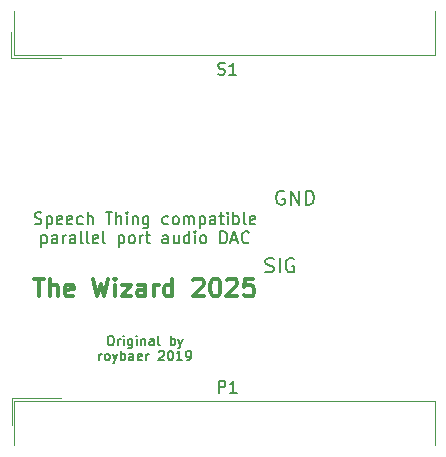
<source format=gbr>
G04 #@! TF.GenerationSoftware,KiCad,Pcbnew,8.0.4*
G04 #@! TF.CreationDate,2025-03-14T11:46:41-03:00*
G04 #@! TF.ProjectId,generic_8_bit_audio_dac,67656e65-7269-4635-9f38-5f6269745f61,rev?*
G04 #@! TF.SameCoordinates,Original*
G04 #@! TF.FileFunction,Legend,Top*
G04 #@! TF.FilePolarity,Positive*
%FSLAX46Y46*%
G04 Gerber Fmt 4.6, Leading zero omitted, Abs format (unit mm)*
G04 Created by KiCad (PCBNEW 8.0.4) date 2025-03-14 11:46:41*
%MOMM*%
%LPD*%
G01*
G04 APERTURE LIST*
%ADD10C,0.150000*%
%ADD11C,0.300000*%
%ADD12C,0.200000*%
%ADD13C,0.120000*%
%ADD14C,1.600000*%
%ADD15O,1.600000X1.600000*%
%ADD16R,1.600000X1.600000*%
%ADD17R,1.846667X3.480000*%
%ADD18C,2.500000*%
G04 APERTURE END LIST*
D10*
X126568571Y-92898318D02*
X126720952Y-92898318D01*
X126720952Y-92898318D02*
X126797142Y-92936413D01*
X126797142Y-92936413D02*
X126873333Y-93012603D01*
X126873333Y-93012603D02*
X126911428Y-93164984D01*
X126911428Y-93164984D02*
X126911428Y-93431651D01*
X126911428Y-93431651D02*
X126873333Y-93584032D01*
X126873333Y-93584032D02*
X126797142Y-93660223D01*
X126797142Y-93660223D02*
X126720952Y-93698318D01*
X126720952Y-93698318D02*
X126568571Y-93698318D01*
X126568571Y-93698318D02*
X126492380Y-93660223D01*
X126492380Y-93660223D02*
X126416190Y-93584032D01*
X126416190Y-93584032D02*
X126378094Y-93431651D01*
X126378094Y-93431651D02*
X126378094Y-93164984D01*
X126378094Y-93164984D02*
X126416190Y-93012603D01*
X126416190Y-93012603D02*
X126492380Y-92936413D01*
X126492380Y-92936413D02*
X126568571Y-92898318D01*
X127254285Y-93698318D02*
X127254285Y-93164984D01*
X127254285Y-93317365D02*
X127292380Y-93241175D01*
X127292380Y-93241175D02*
X127330475Y-93203080D01*
X127330475Y-93203080D02*
X127406666Y-93164984D01*
X127406666Y-93164984D02*
X127482856Y-93164984D01*
X127749523Y-93698318D02*
X127749523Y-93164984D01*
X127749523Y-92898318D02*
X127711427Y-92936413D01*
X127711427Y-92936413D02*
X127749523Y-92974508D01*
X127749523Y-92974508D02*
X127787618Y-92936413D01*
X127787618Y-92936413D02*
X127749523Y-92898318D01*
X127749523Y-92898318D02*
X127749523Y-92974508D01*
X128473332Y-93164984D02*
X128473332Y-93812603D01*
X128473332Y-93812603D02*
X128435237Y-93888794D01*
X128435237Y-93888794D02*
X128397141Y-93926889D01*
X128397141Y-93926889D02*
X128320951Y-93964984D01*
X128320951Y-93964984D02*
X128206665Y-93964984D01*
X128206665Y-93964984D02*
X128130475Y-93926889D01*
X128473332Y-93660223D02*
X128397141Y-93698318D01*
X128397141Y-93698318D02*
X128244760Y-93698318D01*
X128244760Y-93698318D02*
X128168570Y-93660223D01*
X128168570Y-93660223D02*
X128130475Y-93622127D01*
X128130475Y-93622127D02*
X128092379Y-93545937D01*
X128092379Y-93545937D02*
X128092379Y-93317365D01*
X128092379Y-93317365D02*
X128130475Y-93241175D01*
X128130475Y-93241175D02*
X128168570Y-93203080D01*
X128168570Y-93203080D02*
X128244760Y-93164984D01*
X128244760Y-93164984D02*
X128397141Y-93164984D01*
X128397141Y-93164984D02*
X128473332Y-93203080D01*
X128854285Y-93698318D02*
X128854285Y-93164984D01*
X128854285Y-92898318D02*
X128816189Y-92936413D01*
X128816189Y-92936413D02*
X128854285Y-92974508D01*
X128854285Y-92974508D02*
X128892380Y-92936413D01*
X128892380Y-92936413D02*
X128854285Y-92898318D01*
X128854285Y-92898318D02*
X128854285Y-92974508D01*
X129235237Y-93164984D02*
X129235237Y-93698318D01*
X129235237Y-93241175D02*
X129273332Y-93203080D01*
X129273332Y-93203080D02*
X129349522Y-93164984D01*
X129349522Y-93164984D02*
X129463808Y-93164984D01*
X129463808Y-93164984D02*
X129539999Y-93203080D01*
X129539999Y-93203080D02*
X129578094Y-93279270D01*
X129578094Y-93279270D02*
X129578094Y-93698318D01*
X130301904Y-93698318D02*
X130301904Y-93279270D01*
X130301904Y-93279270D02*
X130263809Y-93203080D01*
X130263809Y-93203080D02*
X130187618Y-93164984D01*
X130187618Y-93164984D02*
X130035237Y-93164984D01*
X130035237Y-93164984D02*
X129959047Y-93203080D01*
X130301904Y-93660223D02*
X130225713Y-93698318D01*
X130225713Y-93698318D02*
X130035237Y-93698318D01*
X130035237Y-93698318D02*
X129959047Y-93660223D01*
X129959047Y-93660223D02*
X129920951Y-93584032D01*
X129920951Y-93584032D02*
X129920951Y-93507842D01*
X129920951Y-93507842D02*
X129959047Y-93431651D01*
X129959047Y-93431651D02*
X130035237Y-93393556D01*
X130035237Y-93393556D02*
X130225713Y-93393556D01*
X130225713Y-93393556D02*
X130301904Y-93355461D01*
X130797142Y-93698318D02*
X130720952Y-93660223D01*
X130720952Y-93660223D02*
X130682857Y-93584032D01*
X130682857Y-93584032D02*
X130682857Y-92898318D01*
X131711429Y-93698318D02*
X131711429Y-92898318D01*
X131711429Y-93203080D02*
X131787619Y-93164984D01*
X131787619Y-93164984D02*
X131940000Y-93164984D01*
X131940000Y-93164984D02*
X132016191Y-93203080D01*
X132016191Y-93203080D02*
X132054286Y-93241175D01*
X132054286Y-93241175D02*
X132092381Y-93317365D01*
X132092381Y-93317365D02*
X132092381Y-93545937D01*
X132092381Y-93545937D02*
X132054286Y-93622127D01*
X132054286Y-93622127D02*
X132016191Y-93660223D01*
X132016191Y-93660223D02*
X131940000Y-93698318D01*
X131940000Y-93698318D02*
X131787619Y-93698318D01*
X131787619Y-93698318D02*
X131711429Y-93660223D01*
X132359048Y-93164984D02*
X132549524Y-93698318D01*
X132740001Y-93164984D02*
X132549524Y-93698318D01*
X132549524Y-93698318D02*
X132473334Y-93888794D01*
X132473334Y-93888794D02*
X132435239Y-93926889D01*
X132435239Y-93926889D02*
X132359048Y-93964984D01*
X125673332Y-94986273D02*
X125673332Y-94452939D01*
X125673332Y-94605320D02*
X125711427Y-94529130D01*
X125711427Y-94529130D02*
X125749522Y-94491035D01*
X125749522Y-94491035D02*
X125825713Y-94452939D01*
X125825713Y-94452939D02*
X125901903Y-94452939D01*
X126282855Y-94986273D02*
X126206665Y-94948178D01*
X126206665Y-94948178D02*
X126168570Y-94910082D01*
X126168570Y-94910082D02*
X126130474Y-94833892D01*
X126130474Y-94833892D02*
X126130474Y-94605320D01*
X126130474Y-94605320D02*
X126168570Y-94529130D01*
X126168570Y-94529130D02*
X126206665Y-94491035D01*
X126206665Y-94491035D02*
X126282855Y-94452939D01*
X126282855Y-94452939D02*
X126397141Y-94452939D01*
X126397141Y-94452939D02*
X126473332Y-94491035D01*
X126473332Y-94491035D02*
X126511427Y-94529130D01*
X126511427Y-94529130D02*
X126549522Y-94605320D01*
X126549522Y-94605320D02*
X126549522Y-94833892D01*
X126549522Y-94833892D02*
X126511427Y-94910082D01*
X126511427Y-94910082D02*
X126473332Y-94948178D01*
X126473332Y-94948178D02*
X126397141Y-94986273D01*
X126397141Y-94986273D02*
X126282855Y-94986273D01*
X126816189Y-94452939D02*
X127006665Y-94986273D01*
X127197142Y-94452939D02*
X127006665Y-94986273D01*
X127006665Y-94986273D02*
X126930475Y-95176749D01*
X126930475Y-95176749D02*
X126892380Y-95214844D01*
X126892380Y-95214844D02*
X126816189Y-95252939D01*
X127501904Y-94986273D02*
X127501904Y-94186273D01*
X127501904Y-94491035D02*
X127578094Y-94452939D01*
X127578094Y-94452939D02*
X127730475Y-94452939D01*
X127730475Y-94452939D02*
X127806666Y-94491035D01*
X127806666Y-94491035D02*
X127844761Y-94529130D01*
X127844761Y-94529130D02*
X127882856Y-94605320D01*
X127882856Y-94605320D02*
X127882856Y-94833892D01*
X127882856Y-94833892D02*
X127844761Y-94910082D01*
X127844761Y-94910082D02*
X127806666Y-94948178D01*
X127806666Y-94948178D02*
X127730475Y-94986273D01*
X127730475Y-94986273D02*
X127578094Y-94986273D01*
X127578094Y-94986273D02*
X127501904Y-94948178D01*
X128568571Y-94986273D02*
X128568571Y-94567225D01*
X128568571Y-94567225D02*
X128530476Y-94491035D01*
X128530476Y-94491035D02*
X128454285Y-94452939D01*
X128454285Y-94452939D02*
X128301904Y-94452939D01*
X128301904Y-94452939D02*
X128225714Y-94491035D01*
X128568571Y-94948178D02*
X128492380Y-94986273D01*
X128492380Y-94986273D02*
X128301904Y-94986273D01*
X128301904Y-94986273D02*
X128225714Y-94948178D01*
X128225714Y-94948178D02*
X128187618Y-94871987D01*
X128187618Y-94871987D02*
X128187618Y-94795797D01*
X128187618Y-94795797D02*
X128225714Y-94719606D01*
X128225714Y-94719606D02*
X128301904Y-94681511D01*
X128301904Y-94681511D02*
X128492380Y-94681511D01*
X128492380Y-94681511D02*
X128568571Y-94643416D01*
X129254286Y-94948178D02*
X129178095Y-94986273D01*
X129178095Y-94986273D02*
X129025714Y-94986273D01*
X129025714Y-94986273D02*
X128949524Y-94948178D01*
X128949524Y-94948178D02*
X128911428Y-94871987D01*
X128911428Y-94871987D02*
X128911428Y-94567225D01*
X128911428Y-94567225D02*
X128949524Y-94491035D01*
X128949524Y-94491035D02*
X129025714Y-94452939D01*
X129025714Y-94452939D02*
X129178095Y-94452939D01*
X129178095Y-94452939D02*
X129254286Y-94491035D01*
X129254286Y-94491035D02*
X129292381Y-94567225D01*
X129292381Y-94567225D02*
X129292381Y-94643416D01*
X129292381Y-94643416D02*
X128911428Y-94719606D01*
X129635238Y-94986273D02*
X129635238Y-94452939D01*
X129635238Y-94605320D02*
X129673333Y-94529130D01*
X129673333Y-94529130D02*
X129711428Y-94491035D01*
X129711428Y-94491035D02*
X129787619Y-94452939D01*
X129787619Y-94452939D02*
X129863809Y-94452939D01*
X130701904Y-94262463D02*
X130740000Y-94224368D01*
X130740000Y-94224368D02*
X130816190Y-94186273D01*
X130816190Y-94186273D02*
X131006666Y-94186273D01*
X131006666Y-94186273D02*
X131082857Y-94224368D01*
X131082857Y-94224368D02*
X131120952Y-94262463D01*
X131120952Y-94262463D02*
X131159047Y-94338654D01*
X131159047Y-94338654D02*
X131159047Y-94414844D01*
X131159047Y-94414844D02*
X131120952Y-94529130D01*
X131120952Y-94529130D02*
X130663809Y-94986273D01*
X130663809Y-94986273D02*
X131159047Y-94986273D01*
X131654286Y-94186273D02*
X131730476Y-94186273D01*
X131730476Y-94186273D02*
X131806667Y-94224368D01*
X131806667Y-94224368D02*
X131844762Y-94262463D01*
X131844762Y-94262463D02*
X131882857Y-94338654D01*
X131882857Y-94338654D02*
X131920952Y-94491035D01*
X131920952Y-94491035D02*
X131920952Y-94681511D01*
X131920952Y-94681511D02*
X131882857Y-94833892D01*
X131882857Y-94833892D02*
X131844762Y-94910082D01*
X131844762Y-94910082D02*
X131806667Y-94948178D01*
X131806667Y-94948178D02*
X131730476Y-94986273D01*
X131730476Y-94986273D02*
X131654286Y-94986273D01*
X131654286Y-94986273D02*
X131578095Y-94948178D01*
X131578095Y-94948178D02*
X131540000Y-94910082D01*
X131540000Y-94910082D02*
X131501905Y-94833892D01*
X131501905Y-94833892D02*
X131463809Y-94681511D01*
X131463809Y-94681511D02*
X131463809Y-94491035D01*
X131463809Y-94491035D02*
X131501905Y-94338654D01*
X131501905Y-94338654D02*
X131540000Y-94262463D01*
X131540000Y-94262463D02*
X131578095Y-94224368D01*
X131578095Y-94224368D02*
X131654286Y-94186273D01*
X132682857Y-94986273D02*
X132225714Y-94986273D01*
X132454286Y-94986273D02*
X132454286Y-94186273D01*
X132454286Y-94186273D02*
X132378095Y-94300558D01*
X132378095Y-94300558D02*
X132301905Y-94376749D01*
X132301905Y-94376749D02*
X132225714Y-94414844D01*
X133063810Y-94986273D02*
X133216191Y-94986273D01*
X133216191Y-94986273D02*
X133292381Y-94948178D01*
X133292381Y-94948178D02*
X133330477Y-94910082D01*
X133330477Y-94910082D02*
X133406667Y-94795797D01*
X133406667Y-94795797D02*
X133444762Y-94643416D01*
X133444762Y-94643416D02*
X133444762Y-94338654D01*
X133444762Y-94338654D02*
X133406667Y-94262463D01*
X133406667Y-94262463D02*
X133368572Y-94224368D01*
X133368572Y-94224368D02*
X133292381Y-94186273D01*
X133292381Y-94186273D02*
X133140000Y-94186273D01*
X133140000Y-94186273D02*
X133063810Y-94224368D01*
X133063810Y-94224368D02*
X133025715Y-94262463D01*
X133025715Y-94262463D02*
X132987619Y-94338654D01*
X132987619Y-94338654D02*
X132987619Y-94529130D01*
X132987619Y-94529130D02*
X133025715Y-94605320D01*
X133025715Y-94605320D02*
X133063810Y-94643416D01*
X133063810Y-94643416D02*
X133140000Y-94681511D01*
X133140000Y-94681511D02*
X133292381Y-94681511D01*
X133292381Y-94681511D02*
X133368572Y-94643416D01*
X133368572Y-94643416D02*
X133406667Y-94605320D01*
X133406667Y-94605320D02*
X133444762Y-94529130D01*
D11*
X120147144Y-88078328D02*
X121004287Y-88078328D01*
X120575715Y-89578328D02*
X120575715Y-88078328D01*
X121504286Y-89578328D02*
X121504286Y-88078328D01*
X122147144Y-89578328D02*
X122147144Y-88792614D01*
X122147144Y-88792614D02*
X122075715Y-88649757D01*
X122075715Y-88649757D02*
X121932858Y-88578328D01*
X121932858Y-88578328D02*
X121718572Y-88578328D01*
X121718572Y-88578328D02*
X121575715Y-88649757D01*
X121575715Y-88649757D02*
X121504286Y-88721185D01*
X123432858Y-89506900D02*
X123290001Y-89578328D01*
X123290001Y-89578328D02*
X123004287Y-89578328D01*
X123004287Y-89578328D02*
X122861429Y-89506900D01*
X122861429Y-89506900D02*
X122790001Y-89364042D01*
X122790001Y-89364042D02*
X122790001Y-88792614D01*
X122790001Y-88792614D02*
X122861429Y-88649757D01*
X122861429Y-88649757D02*
X123004287Y-88578328D01*
X123004287Y-88578328D02*
X123290001Y-88578328D01*
X123290001Y-88578328D02*
X123432858Y-88649757D01*
X123432858Y-88649757D02*
X123504287Y-88792614D01*
X123504287Y-88792614D02*
X123504287Y-88935471D01*
X123504287Y-88935471D02*
X122790001Y-89078328D01*
X125147143Y-88078328D02*
X125504286Y-89578328D01*
X125504286Y-89578328D02*
X125790000Y-88506900D01*
X125790000Y-88506900D02*
X126075715Y-89578328D01*
X126075715Y-89578328D02*
X126432858Y-88078328D01*
X127004286Y-89578328D02*
X127004286Y-88578328D01*
X127004286Y-88078328D02*
X126932858Y-88149757D01*
X126932858Y-88149757D02*
X127004286Y-88221185D01*
X127004286Y-88221185D02*
X127075715Y-88149757D01*
X127075715Y-88149757D02*
X127004286Y-88078328D01*
X127004286Y-88078328D02*
X127004286Y-88221185D01*
X127575715Y-88578328D02*
X128361430Y-88578328D01*
X128361430Y-88578328D02*
X127575715Y-89578328D01*
X127575715Y-89578328D02*
X128361430Y-89578328D01*
X129575716Y-89578328D02*
X129575716Y-88792614D01*
X129575716Y-88792614D02*
X129504287Y-88649757D01*
X129504287Y-88649757D02*
X129361430Y-88578328D01*
X129361430Y-88578328D02*
X129075716Y-88578328D01*
X129075716Y-88578328D02*
X128932858Y-88649757D01*
X129575716Y-89506900D02*
X129432858Y-89578328D01*
X129432858Y-89578328D02*
X129075716Y-89578328D01*
X129075716Y-89578328D02*
X128932858Y-89506900D01*
X128932858Y-89506900D02*
X128861430Y-89364042D01*
X128861430Y-89364042D02*
X128861430Y-89221185D01*
X128861430Y-89221185D02*
X128932858Y-89078328D01*
X128932858Y-89078328D02*
X129075716Y-89006900D01*
X129075716Y-89006900D02*
X129432858Y-89006900D01*
X129432858Y-89006900D02*
X129575716Y-88935471D01*
X130290001Y-89578328D02*
X130290001Y-88578328D01*
X130290001Y-88864042D02*
X130361430Y-88721185D01*
X130361430Y-88721185D02*
X130432859Y-88649757D01*
X130432859Y-88649757D02*
X130575716Y-88578328D01*
X130575716Y-88578328D02*
X130718573Y-88578328D01*
X131861430Y-89578328D02*
X131861430Y-88078328D01*
X131861430Y-89506900D02*
X131718572Y-89578328D01*
X131718572Y-89578328D02*
X131432858Y-89578328D01*
X131432858Y-89578328D02*
X131290001Y-89506900D01*
X131290001Y-89506900D02*
X131218572Y-89435471D01*
X131218572Y-89435471D02*
X131147144Y-89292614D01*
X131147144Y-89292614D02*
X131147144Y-88864042D01*
X131147144Y-88864042D02*
X131218572Y-88721185D01*
X131218572Y-88721185D02*
X131290001Y-88649757D01*
X131290001Y-88649757D02*
X131432858Y-88578328D01*
X131432858Y-88578328D02*
X131718572Y-88578328D01*
X131718572Y-88578328D02*
X131861430Y-88649757D01*
X133647144Y-88221185D02*
X133718572Y-88149757D01*
X133718572Y-88149757D02*
X133861430Y-88078328D01*
X133861430Y-88078328D02*
X134218572Y-88078328D01*
X134218572Y-88078328D02*
X134361430Y-88149757D01*
X134361430Y-88149757D02*
X134432858Y-88221185D01*
X134432858Y-88221185D02*
X134504287Y-88364042D01*
X134504287Y-88364042D02*
X134504287Y-88506900D01*
X134504287Y-88506900D02*
X134432858Y-88721185D01*
X134432858Y-88721185D02*
X133575715Y-89578328D01*
X133575715Y-89578328D02*
X134504287Y-89578328D01*
X135432858Y-88078328D02*
X135575715Y-88078328D01*
X135575715Y-88078328D02*
X135718572Y-88149757D01*
X135718572Y-88149757D02*
X135790001Y-88221185D01*
X135790001Y-88221185D02*
X135861429Y-88364042D01*
X135861429Y-88364042D02*
X135932858Y-88649757D01*
X135932858Y-88649757D02*
X135932858Y-89006900D01*
X135932858Y-89006900D02*
X135861429Y-89292614D01*
X135861429Y-89292614D02*
X135790001Y-89435471D01*
X135790001Y-89435471D02*
X135718572Y-89506900D01*
X135718572Y-89506900D02*
X135575715Y-89578328D01*
X135575715Y-89578328D02*
X135432858Y-89578328D01*
X135432858Y-89578328D02*
X135290001Y-89506900D01*
X135290001Y-89506900D02*
X135218572Y-89435471D01*
X135218572Y-89435471D02*
X135147143Y-89292614D01*
X135147143Y-89292614D02*
X135075715Y-89006900D01*
X135075715Y-89006900D02*
X135075715Y-88649757D01*
X135075715Y-88649757D02*
X135147143Y-88364042D01*
X135147143Y-88364042D02*
X135218572Y-88221185D01*
X135218572Y-88221185D02*
X135290001Y-88149757D01*
X135290001Y-88149757D02*
X135432858Y-88078328D01*
X136504286Y-88221185D02*
X136575714Y-88149757D01*
X136575714Y-88149757D02*
X136718572Y-88078328D01*
X136718572Y-88078328D02*
X137075714Y-88078328D01*
X137075714Y-88078328D02*
X137218572Y-88149757D01*
X137218572Y-88149757D02*
X137290000Y-88221185D01*
X137290000Y-88221185D02*
X137361429Y-88364042D01*
X137361429Y-88364042D02*
X137361429Y-88506900D01*
X137361429Y-88506900D02*
X137290000Y-88721185D01*
X137290000Y-88721185D02*
X136432857Y-89578328D01*
X136432857Y-89578328D02*
X137361429Y-89578328D01*
X138718571Y-88078328D02*
X138004285Y-88078328D01*
X138004285Y-88078328D02*
X137932857Y-88792614D01*
X137932857Y-88792614D02*
X138004285Y-88721185D01*
X138004285Y-88721185D02*
X138147143Y-88649757D01*
X138147143Y-88649757D02*
X138504285Y-88649757D01*
X138504285Y-88649757D02*
X138647143Y-88721185D01*
X138647143Y-88721185D02*
X138718571Y-88792614D01*
X138718571Y-88792614D02*
X138790000Y-88935471D01*
X138790000Y-88935471D02*
X138790000Y-89292614D01*
X138790000Y-89292614D02*
X138718571Y-89435471D01*
X138718571Y-89435471D02*
X138647143Y-89506900D01*
X138647143Y-89506900D02*
X138504285Y-89578328D01*
X138504285Y-89578328D02*
X138147143Y-89578328D01*
X138147143Y-89578328D02*
X138004285Y-89506900D01*
X138004285Y-89506900D02*
X137932857Y-89435471D01*
D10*
X120206666Y-83422228D02*
X120349523Y-83469847D01*
X120349523Y-83469847D02*
X120587618Y-83469847D01*
X120587618Y-83469847D02*
X120682856Y-83422228D01*
X120682856Y-83422228D02*
X120730475Y-83374608D01*
X120730475Y-83374608D02*
X120778094Y-83279370D01*
X120778094Y-83279370D02*
X120778094Y-83184132D01*
X120778094Y-83184132D02*
X120730475Y-83088894D01*
X120730475Y-83088894D02*
X120682856Y-83041275D01*
X120682856Y-83041275D02*
X120587618Y-82993656D01*
X120587618Y-82993656D02*
X120397142Y-82946037D01*
X120397142Y-82946037D02*
X120301904Y-82898418D01*
X120301904Y-82898418D02*
X120254285Y-82850799D01*
X120254285Y-82850799D02*
X120206666Y-82755561D01*
X120206666Y-82755561D02*
X120206666Y-82660323D01*
X120206666Y-82660323D02*
X120254285Y-82565085D01*
X120254285Y-82565085D02*
X120301904Y-82517466D01*
X120301904Y-82517466D02*
X120397142Y-82469847D01*
X120397142Y-82469847D02*
X120635237Y-82469847D01*
X120635237Y-82469847D02*
X120778094Y-82517466D01*
X121206666Y-82803180D02*
X121206666Y-83803180D01*
X121206666Y-82850799D02*
X121301904Y-82803180D01*
X121301904Y-82803180D02*
X121492380Y-82803180D01*
X121492380Y-82803180D02*
X121587618Y-82850799D01*
X121587618Y-82850799D02*
X121635237Y-82898418D01*
X121635237Y-82898418D02*
X121682856Y-82993656D01*
X121682856Y-82993656D02*
X121682856Y-83279370D01*
X121682856Y-83279370D02*
X121635237Y-83374608D01*
X121635237Y-83374608D02*
X121587618Y-83422228D01*
X121587618Y-83422228D02*
X121492380Y-83469847D01*
X121492380Y-83469847D02*
X121301904Y-83469847D01*
X121301904Y-83469847D02*
X121206666Y-83422228D01*
X122492380Y-83422228D02*
X122397142Y-83469847D01*
X122397142Y-83469847D02*
X122206666Y-83469847D01*
X122206666Y-83469847D02*
X122111428Y-83422228D01*
X122111428Y-83422228D02*
X122063809Y-83326989D01*
X122063809Y-83326989D02*
X122063809Y-82946037D01*
X122063809Y-82946037D02*
X122111428Y-82850799D01*
X122111428Y-82850799D02*
X122206666Y-82803180D01*
X122206666Y-82803180D02*
X122397142Y-82803180D01*
X122397142Y-82803180D02*
X122492380Y-82850799D01*
X122492380Y-82850799D02*
X122539999Y-82946037D01*
X122539999Y-82946037D02*
X122539999Y-83041275D01*
X122539999Y-83041275D02*
X122063809Y-83136513D01*
X123349523Y-83422228D02*
X123254285Y-83469847D01*
X123254285Y-83469847D02*
X123063809Y-83469847D01*
X123063809Y-83469847D02*
X122968571Y-83422228D01*
X122968571Y-83422228D02*
X122920952Y-83326989D01*
X122920952Y-83326989D02*
X122920952Y-82946037D01*
X122920952Y-82946037D02*
X122968571Y-82850799D01*
X122968571Y-82850799D02*
X123063809Y-82803180D01*
X123063809Y-82803180D02*
X123254285Y-82803180D01*
X123254285Y-82803180D02*
X123349523Y-82850799D01*
X123349523Y-82850799D02*
X123397142Y-82946037D01*
X123397142Y-82946037D02*
X123397142Y-83041275D01*
X123397142Y-83041275D02*
X122920952Y-83136513D01*
X124254285Y-83422228D02*
X124159047Y-83469847D01*
X124159047Y-83469847D02*
X123968571Y-83469847D01*
X123968571Y-83469847D02*
X123873333Y-83422228D01*
X123873333Y-83422228D02*
X123825714Y-83374608D01*
X123825714Y-83374608D02*
X123778095Y-83279370D01*
X123778095Y-83279370D02*
X123778095Y-82993656D01*
X123778095Y-82993656D02*
X123825714Y-82898418D01*
X123825714Y-82898418D02*
X123873333Y-82850799D01*
X123873333Y-82850799D02*
X123968571Y-82803180D01*
X123968571Y-82803180D02*
X124159047Y-82803180D01*
X124159047Y-82803180D02*
X124254285Y-82850799D01*
X124682857Y-83469847D02*
X124682857Y-82469847D01*
X125111428Y-83469847D02*
X125111428Y-82946037D01*
X125111428Y-82946037D02*
X125063809Y-82850799D01*
X125063809Y-82850799D02*
X124968571Y-82803180D01*
X124968571Y-82803180D02*
X124825714Y-82803180D01*
X124825714Y-82803180D02*
X124730476Y-82850799D01*
X124730476Y-82850799D02*
X124682857Y-82898418D01*
X126206667Y-82469847D02*
X126778095Y-82469847D01*
X126492381Y-83469847D02*
X126492381Y-82469847D01*
X127111429Y-83469847D02*
X127111429Y-82469847D01*
X127540000Y-83469847D02*
X127540000Y-82946037D01*
X127540000Y-82946037D02*
X127492381Y-82850799D01*
X127492381Y-82850799D02*
X127397143Y-82803180D01*
X127397143Y-82803180D02*
X127254286Y-82803180D01*
X127254286Y-82803180D02*
X127159048Y-82850799D01*
X127159048Y-82850799D02*
X127111429Y-82898418D01*
X128016191Y-83469847D02*
X128016191Y-82803180D01*
X128016191Y-82469847D02*
X127968572Y-82517466D01*
X127968572Y-82517466D02*
X128016191Y-82565085D01*
X128016191Y-82565085D02*
X128063810Y-82517466D01*
X128063810Y-82517466D02*
X128016191Y-82469847D01*
X128016191Y-82469847D02*
X128016191Y-82565085D01*
X128492381Y-82803180D02*
X128492381Y-83469847D01*
X128492381Y-82898418D02*
X128540000Y-82850799D01*
X128540000Y-82850799D02*
X128635238Y-82803180D01*
X128635238Y-82803180D02*
X128778095Y-82803180D01*
X128778095Y-82803180D02*
X128873333Y-82850799D01*
X128873333Y-82850799D02*
X128920952Y-82946037D01*
X128920952Y-82946037D02*
X128920952Y-83469847D01*
X129825714Y-82803180D02*
X129825714Y-83612704D01*
X129825714Y-83612704D02*
X129778095Y-83707942D01*
X129778095Y-83707942D02*
X129730476Y-83755561D01*
X129730476Y-83755561D02*
X129635238Y-83803180D01*
X129635238Y-83803180D02*
X129492381Y-83803180D01*
X129492381Y-83803180D02*
X129397143Y-83755561D01*
X129825714Y-83422228D02*
X129730476Y-83469847D01*
X129730476Y-83469847D02*
X129540000Y-83469847D01*
X129540000Y-83469847D02*
X129444762Y-83422228D01*
X129444762Y-83422228D02*
X129397143Y-83374608D01*
X129397143Y-83374608D02*
X129349524Y-83279370D01*
X129349524Y-83279370D02*
X129349524Y-82993656D01*
X129349524Y-82993656D02*
X129397143Y-82898418D01*
X129397143Y-82898418D02*
X129444762Y-82850799D01*
X129444762Y-82850799D02*
X129540000Y-82803180D01*
X129540000Y-82803180D02*
X129730476Y-82803180D01*
X129730476Y-82803180D02*
X129825714Y-82850799D01*
X131492381Y-83422228D02*
X131397143Y-83469847D01*
X131397143Y-83469847D02*
X131206667Y-83469847D01*
X131206667Y-83469847D02*
X131111429Y-83422228D01*
X131111429Y-83422228D02*
X131063810Y-83374608D01*
X131063810Y-83374608D02*
X131016191Y-83279370D01*
X131016191Y-83279370D02*
X131016191Y-82993656D01*
X131016191Y-82993656D02*
X131063810Y-82898418D01*
X131063810Y-82898418D02*
X131111429Y-82850799D01*
X131111429Y-82850799D02*
X131206667Y-82803180D01*
X131206667Y-82803180D02*
X131397143Y-82803180D01*
X131397143Y-82803180D02*
X131492381Y-82850799D01*
X132063810Y-83469847D02*
X131968572Y-83422228D01*
X131968572Y-83422228D02*
X131920953Y-83374608D01*
X131920953Y-83374608D02*
X131873334Y-83279370D01*
X131873334Y-83279370D02*
X131873334Y-82993656D01*
X131873334Y-82993656D02*
X131920953Y-82898418D01*
X131920953Y-82898418D02*
X131968572Y-82850799D01*
X131968572Y-82850799D02*
X132063810Y-82803180D01*
X132063810Y-82803180D02*
X132206667Y-82803180D01*
X132206667Y-82803180D02*
X132301905Y-82850799D01*
X132301905Y-82850799D02*
X132349524Y-82898418D01*
X132349524Y-82898418D02*
X132397143Y-82993656D01*
X132397143Y-82993656D02*
X132397143Y-83279370D01*
X132397143Y-83279370D02*
X132349524Y-83374608D01*
X132349524Y-83374608D02*
X132301905Y-83422228D01*
X132301905Y-83422228D02*
X132206667Y-83469847D01*
X132206667Y-83469847D02*
X132063810Y-83469847D01*
X132825715Y-83469847D02*
X132825715Y-82803180D01*
X132825715Y-82898418D02*
X132873334Y-82850799D01*
X132873334Y-82850799D02*
X132968572Y-82803180D01*
X132968572Y-82803180D02*
X133111429Y-82803180D01*
X133111429Y-82803180D02*
X133206667Y-82850799D01*
X133206667Y-82850799D02*
X133254286Y-82946037D01*
X133254286Y-82946037D02*
X133254286Y-83469847D01*
X133254286Y-82946037D02*
X133301905Y-82850799D01*
X133301905Y-82850799D02*
X133397143Y-82803180D01*
X133397143Y-82803180D02*
X133540000Y-82803180D01*
X133540000Y-82803180D02*
X133635239Y-82850799D01*
X133635239Y-82850799D02*
X133682858Y-82946037D01*
X133682858Y-82946037D02*
X133682858Y-83469847D01*
X134159048Y-82803180D02*
X134159048Y-83803180D01*
X134159048Y-82850799D02*
X134254286Y-82803180D01*
X134254286Y-82803180D02*
X134444762Y-82803180D01*
X134444762Y-82803180D02*
X134540000Y-82850799D01*
X134540000Y-82850799D02*
X134587619Y-82898418D01*
X134587619Y-82898418D02*
X134635238Y-82993656D01*
X134635238Y-82993656D02*
X134635238Y-83279370D01*
X134635238Y-83279370D02*
X134587619Y-83374608D01*
X134587619Y-83374608D02*
X134540000Y-83422228D01*
X134540000Y-83422228D02*
X134444762Y-83469847D01*
X134444762Y-83469847D02*
X134254286Y-83469847D01*
X134254286Y-83469847D02*
X134159048Y-83422228D01*
X135492381Y-83469847D02*
X135492381Y-82946037D01*
X135492381Y-82946037D02*
X135444762Y-82850799D01*
X135444762Y-82850799D02*
X135349524Y-82803180D01*
X135349524Y-82803180D02*
X135159048Y-82803180D01*
X135159048Y-82803180D02*
X135063810Y-82850799D01*
X135492381Y-83422228D02*
X135397143Y-83469847D01*
X135397143Y-83469847D02*
X135159048Y-83469847D01*
X135159048Y-83469847D02*
X135063810Y-83422228D01*
X135063810Y-83422228D02*
X135016191Y-83326989D01*
X135016191Y-83326989D02*
X135016191Y-83231751D01*
X135016191Y-83231751D02*
X135063810Y-83136513D01*
X135063810Y-83136513D02*
X135159048Y-83088894D01*
X135159048Y-83088894D02*
X135397143Y-83088894D01*
X135397143Y-83088894D02*
X135492381Y-83041275D01*
X135825715Y-82803180D02*
X136206667Y-82803180D01*
X135968572Y-82469847D02*
X135968572Y-83326989D01*
X135968572Y-83326989D02*
X136016191Y-83422228D01*
X136016191Y-83422228D02*
X136111429Y-83469847D01*
X136111429Y-83469847D02*
X136206667Y-83469847D01*
X136540001Y-83469847D02*
X136540001Y-82803180D01*
X136540001Y-82469847D02*
X136492382Y-82517466D01*
X136492382Y-82517466D02*
X136540001Y-82565085D01*
X136540001Y-82565085D02*
X136587620Y-82517466D01*
X136587620Y-82517466D02*
X136540001Y-82469847D01*
X136540001Y-82469847D02*
X136540001Y-82565085D01*
X137016191Y-83469847D02*
X137016191Y-82469847D01*
X137016191Y-82850799D02*
X137111429Y-82803180D01*
X137111429Y-82803180D02*
X137301905Y-82803180D01*
X137301905Y-82803180D02*
X137397143Y-82850799D01*
X137397143Y-82850799D02*
X137444762Y-82898418D01*
X137444762Y-82898418D02*
X137492381Y-82993656D01*
X137492381Y-82993656D02*
X137492381Y-83279370D01*
X137492381Y-83279370D02*
X137444762Y-83374608D01*
X137444762Y-83374608D02*
X137397143Y-83422228D01*
X137397143Y-83422228D02*
X137301905Y-83469847D01*
X137301905Y-83469847D02*
X137111429Y-83469847D01*
X137111429Y-83469847D02*
X137016191Y-83422228D01*
X138063810Y-83469847D02*
X137968572Y-83422228D01*
X137968572Y-83422228D02*
X137920953Y-83326989D01*
X137920953Y-83326989D02*
X137920953Y-82469847D01*
X138825715Y-83422228D02*
X138730477Y-83469847D01*
X138730477Y-83469847D02*
X138540001Y-83469847D01*
X138540001Y-83469847D02*
X138444763Y-83422228D01*
X138444763Y-83422228D02*
X138397144Y-83326989D01*
X138397144Y-83326989D02*
X138397144Y-82946037D01*
X138397144Y-82946037D02*
X138444763Y-82850799D01*
X138444763Y-82850799D02*
X138540001Y-82803180D01*
X138540001Y-82803180D02*
X138730477Y-82803180D01*
X138730477Y-82803180D02*
X138825715Y-82850799D01*
X138825715Y-82850799D02*
X138873334Y-82946037D01*
X138873334Y-82946037D02*
X138873334Y-83041275D01*
X138873334Y-83041275D02*
X138397144Y-83136513D01*
X120778093Y-84413124D02*
X120778093Y-85413124D01*
X120778093Y-84460743D02*
X120873331Y-84413124D01*
X120873331Y-84413124D02*
X121063807Y-84413124D01*
X121063807Y-84413124D02*
X121159045Y-84460743D01*
X121159045Y-84460743D02*
X121206664Y-84508362D01*
X121206664Y-84508362D02*
X121254283Y-84603600D01*
X121254283Y-84603600D02*
X121254283Y-84889314D01*
X121254283Y-84889314D02*
X121206664Y-84984552D01*
X121206664Y-84984552D02*
X121159045Y-85032172D01*
X121159045Y-85032172D02*
X121063807Y-85079791D01*
X121063807Y-85079791D02*
X120873331Y-85079791D01*
X120873331Y-85079791D02*
X120778093Y-85032172D01*
X122111426Y-85079791D02*
X122111426Y-84555981D01*
X122111426Y-84555981D02*
X122063807Y-84460743D01*
X122063807Y-84460743D02*
X121968569Y-84413124D01*
X121968569Y-84413124D02*
X121778093Y-84413124D01*
X121778093Y-84413124D02*
X121682855Y-84460743D01*
X122111426Y-85032172D02*
X122016188Y-85079791D01*
X122016188Y-85079791D02*
X121778093Y-85079791D01*
X121778093Y-85079791D02*
X121682855Y-85032172D01*
X121682855Y-85032172D02*
X121635236Y-84936933D01*
X121635236Y-84936933D02*
X121635236Y-84841695D01*
X121635236Y-84841695D02*
X121682855Y-84746457D01*
X121682855Y-84746457D02*
X121778093Y-84698838D01*
X121778093Y-84698838D02*
X122016188Y-84698838D01*
X122016188Y-84698838D02*
X122111426Y-84651219D01*
X122587617Y-85079791D02*
X122587617Y-84413124D01*
X122587617Y-84603600D02*
X122635236Y-84508362D01*
X122635236Y-84508362D02*
X122682855Y-84460743D01*
X122682855Y-84460743D02*
X122778093Y-84413124D01*
X122778093Y-84413124D02*
X122873331Y-84413124D01*
X123635236Y-85079791D02*
X123635236Y-84555981D01*
X123635236Y-84555981D02*
X123587617Y-84460743D01*
X123587617Y-84460743D02*
X123492379Y-84413124D01*
X123492379Y-84413124D02*
X123301903Y-84413124D01*
X123301903Y-84413124D02*
X123206665Y-84460743D01*
X123635236Y-85032172D02*
X123539998Y-85079791D01*
X123539998Y-85079791D02*
X123301903Y-85079791D01*
X123301903Y-85079791D02*
X123206665Y-85032172D01*
X123206665Y-85032172D02*
X123159046Y-84936933D01*
X123159046Y-84936933D02*
X123159046Y-84841695D01*
X123159046Y-84841695D02*
X123206665Y-84746457D01*
X123206665Y-84746457D02*
X123301903Y-84698838D01*
X123301903Y-84698838D02*
X123539998Y-84698838D01*
X123539998Y-84698838D02*
X123635236Y-84651219D01*
X124254284Y-85079791D02*
X124159046Y-85032172D01*
X124159046Y-85032172D02*
X124111427Y-84936933D01*
X124111427Y-84936933D02*
X124111427Y-84079791D01*
X124778094Y-85079791D02*
X124682856Y-85032172D01*
X124682856Y-85032172D02*
X124635237Y-84936933D01*
X124635237Y-84936933D02*
X124635237Y-84079791D01*
X125539999Y-85032172D02*
X125444761Y-85079791D01*
X125444761Y-85079791D02*
X125254285Y-85079791D01*
X125254285Y-85079791D02*
X125159047Y-85032172D01*
X125159047Y-85032172D02*
X125111428Y-84936933D01*
X125111428Y-84936933D02*
X125111428Y-84555981D01*
X125111428Y-84555981D02*
X125159047Y-84460743D01*
X125159047Y-84460743D02*
X125254285Y-84413124D01*
X125254285Y-84413124D02*
X125444761Y-84413124D01*
X125444761Y-84413124D02*
X125539999Y-84460743D01*
X125539999Y-84460743D02*
X125587618Y-84555981D01*
X125587618Y-84555981D02*
X125587618Y-84651219D01*
X125587618Y-84651219D02*
X125111428Y-84746457D01*
X126159047Y-85079791D02*
X126063809Y-85032172D01*
X126063809Y-85032172D02*
X126016190Y-84936933D01*
X126016190Y-84936933D02*
X126016190Y-84079791D01*
X127301905Y-84413124D02*
X127301905Y-85413124D01*
X127301905Y-84460743D02*
X127397143Y-84413124D01*
X127397143Y-84413124D02*
X127587619Y-84413124D01*
X127587619Y-84413124D02*
X127682857Y-84460743D01*
X127682857Y-84460743D02*
X127730476Y-84508362D01*
X127730476Y-84508362D02*
X127778095Y-84603600D01*
X127778095Y-84603600D02*
X127778095Y-84889314D01*
X127778095Y-84889314D02*
X127730476Y-84984552D01*
X127730476Y-84984552D02*
X127682857Y-85032172D01*
X127682857Y-85032172D02*
X127587619Y-85079791D01*
X127587619Y-85079791D02*
X127397143Y-85079791D01*
X127397143Y-85079791D02*
X127301905Y-85032172D01*
X128349524Y-85079791D02*
X128254286Y-85032172D01*
X128254286Y-85032172D02*
X128206667Y-84984552D01*
X128206667Y-84984552D02*
X128159048Y-84889314D01*
X128159048Y-84889314D02*
X128159048Y-84603600D01*
X128159048Y-84603600D02*
X128206667Y-84508362D01*
X128206667Y-84508362D02*
X128254286Y-84460743D01*
X128254286Y-84460743D02*
X128349524Y-84413124D01*
X128349524Y-84413124D02*
X128492381Y-84413124D01*
X128492381Y-84413124D02*
X128587619Y-84460743D01*
X128587619Y-84460743D02*
X128635238Y-84508362D01*
X128635238Y-84508362D02*
X128682857Y-84603600D01*
X128682857Y-84603600D02*
X128682857Y-84889314D01*
X128682857Y-84889314D02*
X128635238Y-84984552D01*
X128635238Y-84984552D02*
X128587619Y-85032172D01*
X128587619Y-85032172D02*
X128492381Y-85079791D01*
X128492381Y-85079791D02*
X128349524Y-85079791D01*
X129111429Y-85079791D02*
X129111429Y-84413124D01*
X129111429Y-84603600D02*
X129159048Y-84508362D01*
X129159048Y-84508362D02*
X129206667Y-84460743D01*
X129206667Y-84460743D02*
X129301905Y-84413124D01*
X129301905Y-84413124D02*
X129397143Y-84413124D01*
X129587620Y-84413124D02*
X129968572Y-84413124D01*
X129730477Y-84079791D02*
X129730477Y-84936933D01*
X129730477Y-84936933D02*
X129778096Y-85032172D01*
X129778096Y-85032172D02*
X129873334Y-85079791D01*
X129873334Y-85079791D02*
X129968572Y-85079791D01*
X131492382Y-85079791D02*
X131492382Y-84555981D01*
X131492382Y-84555981D02*
X131444763Y-84460743D01*
X131444763Y-84460743D02*
X131349525Y-84413124D01*
X131349525Y-84413124D02*
X131159049Y-84413124D01*
X131159049Y-84413124D02*
X131063811Y-84460743D01*
X131492382Y-85032172D02*
X131397144Y-85079791D01*
X131397144Y-85079791D02*
X131159049Y-85079791D01*
X131159049Y-85079791D02*
X131063811Y-85032172D01*
X131063811Y-85032172D02*
X131016192Y-84936933D01*
X131016192Y-84936933D02*
X131016192Y-84841695D01*
X131016192Y-84841695D02*
X131063811Y-84746457D01*
X131063811Y-84746457D02*
X131159049Y-84698838D01*
X131159049Y-84698838D02*
X131397144Y-84698838D01*
X131397144Y-84698838D02*
X131492382Y-84651219D01*
X132397144Y-84413124D02*
X132397144Y-85079791D01*
X131968573Y-84413124D02*
X131968573Y-84936933D01*
X131968573Y-84936933D02*
X132016192Y-85032172D01*
X132016192Y-85032172D02*
X132111430Y-85079791D01*
X132111430Y-85079791D02*
X132254287Y-85079791D01*
X132254287Y-85079791D02*
X132349525Y-85032172D01*
X132349525Y-85032172D02*
X132397144Y-84984552D01*
X133301906Y-85079791D02*
X133301906Y-84079791D01*
X133301906Y-85032172D02*
X133206668Y-85079791D01*
X133206668Y-85079791D02*
X133016192Y-85079791D01*
X133016192Y-85079791D02*
X132920954Y-85032172D01*
X132920954Y-85032172D02*
X132873335Y-84984552D01*
X132873335Y-84984552D02*
X132825716Y-84889314D01*
X132825716Y-84889314D02*
X132825716Y-84603600D01*
X132825716Y-84603600D02*
X132873335Y-84508362D01*
X132873335Y-84508362D02*
X132920954Y-84460743D01*
X132920954Y-84460743D02*
X133016192Y-84413124D01*
X133016192Y-84413124D02*
X133206668Y-84413124D01*
X133206668Y-84413124D02*
X133301906Y-84460743D01*
X133778097Y-85079791D02*
X133778097Y-84413124D01*
X133778097Y-84079791D02*
X133730478Y-84127410D01*
X133730478Y-84127410D02*
X133778097Y-84175029D01*
X133778097Y-84175029D02*
X133825716Y-84127410D01*
X133825716Y-84127410D02*
X133778097Y-84079791D01*
X133778097Y-84079791D02*
X133778097Y-84175029D01*
X134397144Y-85079791D02*
X134301906Y-85032172D01*
X134301906Y-85032172D02*
X134254287Y-84984552D01*
X134254287Y-84984552D02*
X134206668Y-84889314D01*
X134206668Y-84889314D02*
X134206668Y-84603600D01*
X134206668Y-84603600D02*
X134254287Y-84508362D01*
X134254287Y-84508362D02*
X134301906Y-84460743D01*
X134301906Y-84460743D02*
X134397144Y-84413124D01*
X134397144Y-84413124D02*
X134540001Y-84413124D01*
X134540001Y-84413124D02*
X134635239Y-84460743D01*
X134635239Y-84460743D02*
X134682858Y-84508362D01*
X134682858Y-84508362D02*
X134730477Y-84603600D01*
X134730477Y-84603600D02*
X134730477Y-84889314D01*
X134730477Y-84889314D02*
X134682858Y-84984552D01*
X134682858Y-84984552D02*
X134635239Y-85032172D01*
X134635239Y-85032172D02*
X134540001Y-85079791D01*
X134540001Y-85079791D02*
X134397144Y-85079791D01*
X135920954Y-85079791D02*
X135920954Y-84079791D01*
X135920954Y-84079791D02*
X136159049Y-84079791D01*
X136159049Y-84079791D02*
X136301906Y-84127410D01*
X136301906Y-84127410D02*
X136397144Y-84222648D01*
X136397144Y-84222648D02*
X136444763Y-84317886D01*
X136444763Y-84317886D02*
X136492382Y-84508362D01*
X136492382Y-84508362D02*
X136492382Y-84651219D01*
X136492382Y-84651219D02*
X136444763Y-84841695D01*
X136444763Y-84841695D02*
X136397144Y-84936933D01*
X136397144Y-84936933D02*
X136301906Y-85032172D01*
X136301906Y-85032172D02*
X136159049Y-85079791D01*
X136159049Y-85079791D02*
X135920954Y-85079791D01*
X136873335Y-84794076D02*
X137349525Y-84794076D01*
X136778097Y-85079791D02*
X137111430Y-84079791D01*
X137111430Y-84079791D02*
X137444763Y-85079791D01*
X138349525Y-84984552D02*
X138301906Y-85032172D01*
X138301906Y-85032172D02*
X138159049Y-85079791D01*
X138159049Y-85079791D02*
X138063811Y-85079791D01*
X138063811Y-85079791D02*
X137920954Y-85032172D01*
X137920954Y-85032172D02*
X137825716Y-84936933D01*
X137825716Y-84936933D02*
X137778097Y-84841695D01*
X137778097Y-84841695D02*
X137730478Y-84651219D01*
X137730478Y-84651219D02*
X137730478Y-84508362D01*
X137730478Y-84508362D02*
X137778097Y-84317886D01*
X137778097Y-84317886D02*
X137825716Y-84222648D01*
X137825716Y-84222648D02*
X137920954Y-84127410D01*
X137920954Y-84127410D02*
X138063811Y-84079791D01*
X138063811Y-84079791D02*
X138159049Y-84079791D01*
X138159049Y-84079791D02*
X138301906Y-84127410D01*
X138301906Y-84127410D02*
X138349525Y-84175029D01*
D12*
X141325714Y-80681885D02*
X141211429Y-80624742D01*
X141211429Y-80624742D02*
X141040000Y-80624742D01*
X141040000Y-80624742D02*
X140868571Y-80681885D01*
X140868571Y-80681885D02*
X140754286Y-80796171D01*
X140754286Y-80796171D02*
X140697143Y-80910457D01*
X140697143Y-80910457D02*
X140640000Y-81139028D01*
X140640000Y-81139028D02*
X140640000Y-81310457D01*
X140640000Y-81310457D02*
X140697143Y-81539028D01*
X140697143Y-81539028D02*
X140754286Y-81653314D01*
X140754286Y-81653314D02*
X140868571Y-81767600D01*
X140868571Y-81767600D02*
X141040000Y-81824742D01*
X141040000Y-81824742D02*
X141154286Y-81824742D01*
X141154286Y-81824742D02*
X141325714Y-81767600D01*
X141325714Y-81767600D02*
X141382857Y-81710457D01*
X141382857Y-81710457D02*
X141382857Y-81310457D01*
X141382857Y-81310457D02*
X141154286Y-81310457D01*
X141897143Y-81824742D02*
X141897143Y-80624742D01*
X141897143Y-80624742D02*
X142582857Y-81824742D01*
X142582857Y-81824742D02*
X142582857Y-80624742D01*
X143154286Y-81824742D02*
X143154286Y-80624742D01*
X143154286Y-80624742D02*
X143440000Y-80624742D01*
X143440000Y-80624742D02*
X143611429Y-80681885D01*
X143611429Y-80681885D02*
X143725714Y-80796171D01*
X143725714Y-80796171D02*
X143782857Y-80910457D01*
X143782857Y-80910457D02*
X143840000Y-81139028D01*
X143840000Y-81139028D02*
X143840000Y-81310457D01*
X143840000Y-81310457D02*
X143782857Y-81539028D01*
X143782857Y-81539028D02*
X143725714Y-81653314D01*
X143725714Y-81653314D02*
X143611429Y-81767600D01*
X143611429Y-81767600D02*
X143440000Y-81824742D01*
X143440000Y-81824742D02*
X143154286Y-81824742D01*
X139741428Y-87482600D02*
X139912857Y-87539742D01*
X139912857Y-87539742D02*
X140198571Y-87539742D01*
X140198571Y-87539742D02*
X140312857Y-87482600D01*
X140312857Y-87482600D02*
X140369999Y-87425457D01*
X140369999Y-87425457D02*
X140427142Y-87311171D01*
X140427142Y-87311171D02*
X140427142Y-87196885D01*
X140427142Y-87196885D02*
X140369999Y-87082600D01*
X140369999Y-87082600D02*
X140312857Y-87025457D01*
X140312857Y-87025457D02*
X140198571Y-86968314D01*
X140198571Y-86968314D02*
X139969999Y-86911171D01*
X139969999Y-86911171D02*
X139855714Y-86854028D01*
X139855714Y-86854028D02*
X139798571Y-86796885D01*
X139798571Y-86796885D02*
X139741428Y-86682600D01*
X139741428Y-86682600D02*
X139741428Y-86568314D01*
X139741428Y-86568314D02*
X139798571Y-86454028D01*
X139798571Y-86454028D02*
X139855714Y-86396885D01*
X139855714Y-86396885D02*
X139969999Y-86339742D01*
X139969999Y-86339742D02*
X140255714Y-86339742D01*
X140255714Y-86339742D02*
X140427142Y-86396885D01*
X140941428Y-87539742D02*
X140941428Y-86339742D01*
X142141428Y-86396885D02*
X142027143Y-86339742D01*
X142027143Y-86339742D02*
X141855714Y-86339742D01*
X141855714Y-86339742D02*
X141684285Y-86396885D01*
X141684285Y-86396885D02*
X141570000Y-86511171D01*
X141570000Y-86511171D02*
X141512857Y-86625457D01*
X141512857Y-86625457D02*
X141455714Y-86854028D01*
X141455714Y-86854028D02*
X141455714Y-87025457D01*
X141455714Y-87025457D02*
X141512857Y-87254028D01*
X141512857Y-87254028D02*
X141570000Y-87368314D01*
X141570000Y-87368314D02*
X141684285Y-87482600D01*
X141684285Y-87482600D02*
X141855714Y-87539742D01*
X141855714Y-87539742D02*
X141970000Y-87539742D01*
X141970000Y-87539742D02*
X142141428Y-87482600D01*
X142141428Y-87482600D02*
X142198571Y-87425457D01*
X142198571Y-87425457D02*
X142198571Y-87025457D01*
X142198571Y-87025457D02*
X141970000Y-87025457D01*
D10*
X135786905Y-97736819D02*
X135786905Y-96736819D01*
X135786905Y-96736819D02*
X136167857Y-96736819D01*
X136167857Y-96736819D02*
X136263095Y-96784438D01*
X136263095Y-96784438D02*
X136310714Y-96832057D01*
X136310714Y-96832057D02*
X136358333Y-96927295D01*
X136358333Y-96927295D02*
X136358333Y-97070152D01*
X136358333Y-97070152D02*
X136310714Y-97165390D01*
X136310714Y-97165390D02*
X136263095Y-97213009D01*
X136263095Y-97213009D02*
X136167857Y-97260628D01*
X136167857Y-97260628D02*
X135786905Y-97260628D01*
X137310714Y-97736819D02*
X136739286Y-97736819D01*
X137025000Y-97736819D02*
X137025000Y-96736819D01*
X137025000Y-96736819D02*
X136929762Y-96879676D01*
X136929762Y-96879676D02*
X136834524Y-96974914D01*
X136834524Y-96974914D02*
X136739286Y-97022533D01*
X135739094Y-70765200D02*
X135881951Y-70812819D01*
X135881951Y-70812819D02*
X136120046Y-70812819D01*
X136120046Y-70812819D02*
X136215284Y-70765200D01*
X136215284Y-70765200D02*
X136262903Y-70717580D01*
X136262903Y-70717580D02*
X136310522Y-70622342D01*
X136310522Y-70622342D02*
X136310522Y-70527104D01*
X136310522Y-70527104D02*
X136262903Y-70431866D01*
X136262903Y-70431866D02*
X136215284Y-70384247D01*
X136215284Y-70384247D02*
X136120046Y-70336628D01*
X136120046Y-70336628D02*
X135929570Y-70289009D01*
X135929570Y-70289009D02*
X135834332Y-70241390D01*
X135834332Y-70241390D02*
X135786713Y-70193771D01*
X135786713Y-70193771D02*
X135739094Y-70098533D01*
X135739094Y-70098533D02*
X135739094Y-70003295D01*
X135739094Y-70003295D02*
X135786713Y-69908057D01*
X135786713Y-69908057D02*
X135834332Y-69860438D01*
X135834332Y-69860438D02*
X135929570Y-69812819D01*
X135929570Y-69812819D02*
X136167665Y-69812819D01*
X136167665Y-69812819D02*
X136310522Y-69860438D01*
X137262903Y-70812819D02*
X136691475Y-70812819D01*
X136977189Y-70812819D02*
X136977189Y-69812819D01*
X136977189Y-69812819D02*
X136881951Y-69955676D01*
X136881951Y-69955676D02*
X136786713Y-70050914D01*
X136786713Y-70050914D02*
X136691475Y-70098533D01*
D13*
X118251668Y-98217000D02*
X122445001Y-98217000D01*
X118251668Y-100457000D02*
X118251668Y-98217000D01*
X118491668Y-98457000D02*
X118491668Y-102197000D01*
X154098334Y-98457000D02*
X118491668Y-98457000D01*
X154098334Y-102197000D02*
X154098334Y-98457000D01*
X118467667Y-65443000D02*
X118467667Y-69183000D01*
X118467667Y-69183000D02*
X154074333Y-69183000D01*
X154074333Y-69183000D02*
X154074333Y-65443000D01*
X118227667Y-67183000D02*
X118227667Y-69423000D01*
X118227667Y-69423000D02*
X122421000Y-69423000D01*
%LPC*%
D14*
X143510000Y-77470000D03*
D15*
X120650000Y-77470000D03*
D16*
X143510000Y-73660000D03*
D15*
X140970000Y-73660000D03*
X138430000Y-73660000D03*
X135890000Y-73660000D03*
X133350000Y-73660000D03*
X130810000Y-73660000D03*
X128270000Y-73660000D03*
X125730000Y-73660000D03*
X123190000Y-73660000D03*
X120650000Y-73660000D03*
D17*
X152915001Y-100457000D03*
X150145001Y-100457000D03*
X147375001Y-100457000D03*
X144605001Y-100457000D03*
X141835001Y-100457000D03*
X139065001Y-100457000D03*
X136295001Y-100457000D03*
X133525001Y-100457000D03*
X130755001Y-100457000D03*
X127985001Y-100457000D03*
X125215001Y-100457000D03*
X122445001Y-100457000D03*
X119675001Y-100457000D03*
X119651000Y-67183000D03*
X122421000Y-67183000D03*
X125191000Y-67183000D03*
X127961000Y-67183000D03*
X130731000Y-67183000D03*
X133501000Y-67183000D03*
X136271000Y-67183000D03*
X139041000Y-67183000D03*
X141811000Y-67183000D03*
X144581000Y-67183000D03*
X147351000Y-67183000D03*
X150121000Y-67183000D03*
X152891000Y-67183000D03*
D14*
X146685000Y-73660000D03*
X151685000Y-73660000D03*
D18*
X146050000Y-81280000D03*
X144145000Y-86995000D03*
%LPD*%
M02*

</source>
